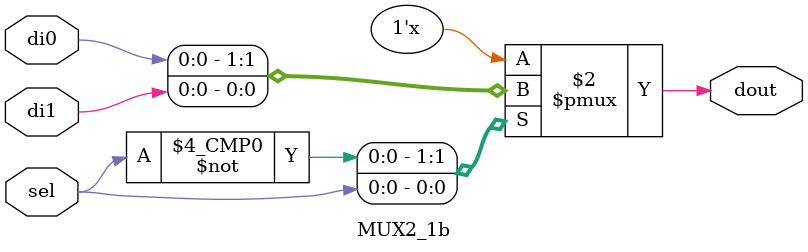
<source format=v>
`timescale 1ns / 1ps


module MUX2_1b(
	input di0,
	input di1,
	input sel,
	output reg dout
	);
	
	always @ (di0 or di1 or sel) begin
		case(sel)
		1'b0: dout <= di0;
		1'b1: dout <= di1;
		endcase
	end
endmodule
</source>
